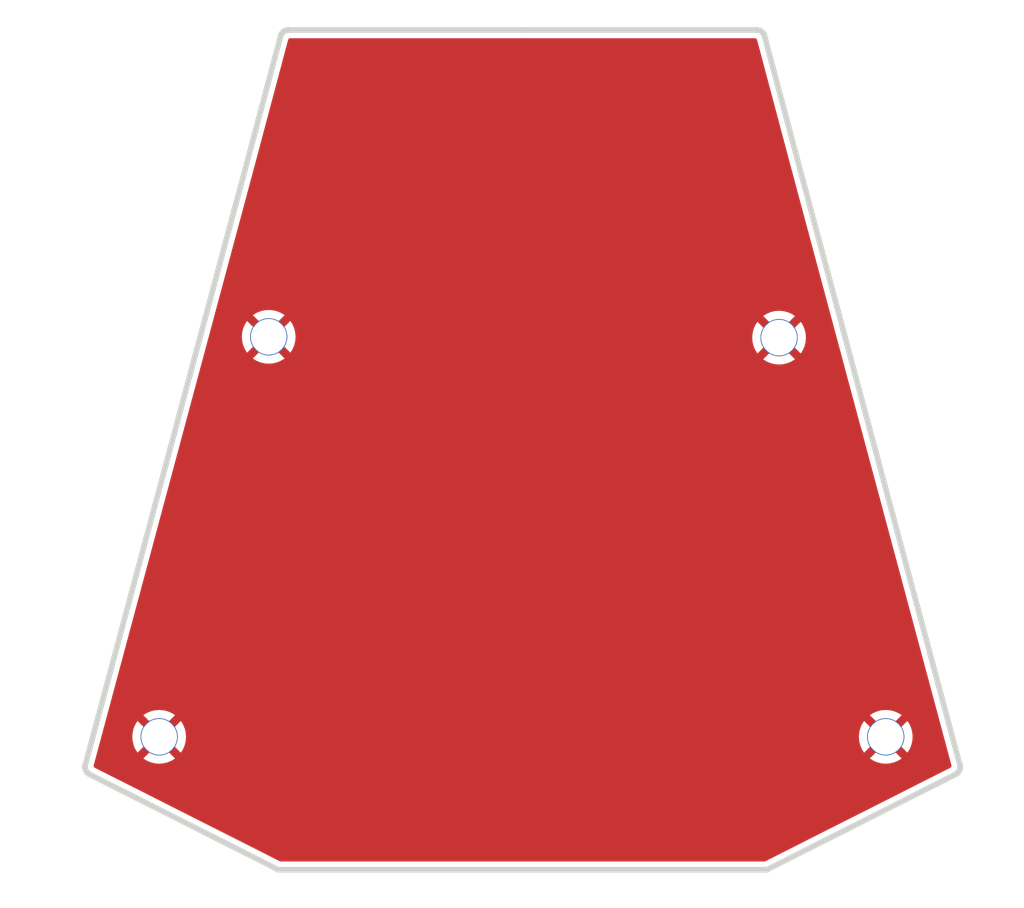
<source format=kicad_pcb>
(kicad_pcb (version 20211014) (generator pcbnew)
  (layers (0 "F.Cu" signal) (31 "B.Cu" signal) (34 "B.Paste" user) (35 "F.Paste" user) (36 "B.SilkS" user "B.Silkscreen") (37 "F.SilkS" user "F.Silkscreen") (38 "B.Mask" user) (39 "F.Mask" user) (44 "Edge.Cuts" user))
  (net 0 "")
  (net 1 "GND")
  (footprint "nnkb_parts:MountingHole_2.2mm_M2_Pad_mods" (layer "F.Cu") (at 54.356 49.6062)
    (fp_text reference "H1" hide)
    (fp_text value "MountingHole_Pad")
    (pad "1" thru_hole circle (at 0 0) (size 2.3 2.3) (drill 2.2) (layers *.Cu *.Mask) (net 1 "GND"))
  )
  (footprint "nnkb_parts:MountingHole_2.2mm_M2_Pad_mods" (layer "F.Cu") (at 15.9766 74.3204)
    (fp_text reference "H4" hide)
    (fp_text value "MountingHole_Pad")
    (pad "1" thru_hole circle (at 0 0) (size 2.3 2.3) (drill 2.2) (layers *.Cu *.Mask) (net 1 "GND"))
  )
  (footprint "nnkb_parts:MountingHole_2.2mm_M2_Pad_mods" (layer "F.Cu") (at 60.96 74.3204)
    (fp_text reference "H2" hide)
    (fp_text value "MountingHole_Pad")
    (pad "1" thru_hole circle (at 0 0) (size 2.3 2.3) (drill 2.2) (layers *.Cu *.Mask) (net 1 "GND"))
  )
  (footprint "nnkb_parts:MountingHole_2.2mm_M2_Pad_mods" (layer "F.Cu") (at 22.7584 49.5554)
    (fp_text reference "H3" hide)
    (fp_text value "MountingHole_Pad")
    (pad "1" thru_hole circle (at 0 0) (size 2.3 2.3) (drill 2.2) (layers *.Cu *.Mask) (net 1 "GND"))
  )
  (gr_line (start 65.430922 76.536269) (end 65.400408 76.565938) (layer "Edge.Cuts") (width 0.349999))
  (gr_line (start 23.979829 30.558346) (end 23.979829 30.558346) (layer "Edge.Cuts") (width 0.349999))
  (gr_line (start 23.502503 30.909433) (end 23.509173 30.889505) (layer "Edge.Cuts") (width 0.349999))
  (gr_line (start 11.391991 76.106323) (end 11.396272 76.084812) (layer "Edge.Cuts") (width 0.349999))
  (gr_line (start 23.58888 30.746577) (end 23.601829 30.731009) (layer "Edge.Cuts") (width 0.349999))
  (gr_line (start 53.455227 30.929768) (end 55.550911 38.804961) (layer "Edge.Cuts") (width 0.349999))
  (gr_line (start 11.400305 76.317877) (end 11.395469 76.297411) (layer "Edge.Cuts") (width 0.349999))
  (gr_line (start 65.567455 76.192206) (end 65.565701 76.23473) (layer "Edge.Cuts") (width 0.349999))
  (gr_line (start 11.412505 76.35803) (end 11.405988 76.338092) (layer "Edge.Cuts") (width 0.349999))
  (gr_line (start 53.209144 30.618118) (end 53.243856 30.638675) (layer "Edge.Cuts") (width 0.349999))
  (gr_line (start 23.816916 30.585581) (end 23.836341 30.579326) (layer "Edge.Cuts") (width 0.349999))
  (gr_line (start 11.401531 76.063343) (end 11.401531 76.063343) (layer "Edge.Cuts") (width 0.349999))
  (gr_line (start 65.555573 76.084766) (end 65.559856 76.106277) (layer "Edge.Cuts") (width 0.349999))
  (gr_line (start 11.384825 76.213572) (end 11.384399 76.192251) (layer "Edge.Cuts") (width 0.349999))
  (gr_line (start 65.400408 76.565938) (end 65.367174 76.593115) (layer "Edge.Cuts") (width 0.349999))
  (gr_line (start 11.388383 76.255833) (end 11.386157 76.234775) (layer "Edge.Cuts") (width 0.349999))
  (gr_line (start 23.524832 30.850929) (end 23.533779 30.832313) (layer "Edge.Cuts") (width 0.349999))
  (gr_line (start 53.075767 30.569183) (end 53.095789 30.573856) (layer "Edge.Cuts") (width 0.349999))
  (gr_line (start 23.509173 30.889505) (end 23.516623 30.869999) (layer "Edge.Cuts") (width 0.349999))
  (gr_line (start 11.60232 76.605729) (end 11.584712 76.593143) (layer "Edge.Cuts") (width 0.349999))
  (gr_line (start 65.331315 76.617587) (end 65.312431 76.628742) (layer "Edge.Cuts") (width 0.349999))
  (gr_line (start 23.6751 30.661928) (end 23.691315 30.649974) (layer "Edge.Cuts") (width 0.349999))
  (gr_line (start 65.483409 76.470306) (end 65.45862 76.504321) (layer "Edge.Cuts") (width 0.349999))
  (gr_line (start 23.601829 30.731009) (end 23.615374 30.716004) (layer "Edge.Cuts") (width 0.349999))
  (gr_line (start 11.386157 76.234775) (end 11.384825 76.213572) (layer "Edge.Cuts") (width 0.349999))
  (gr_line (start 53.442688 30.889485) (end 53.449359 30.909412) (layer "Edge.Cuts") (width 0.349999))
  (gr_line (start 23.797821 30.592604) (end 23.816916 30.585581) (layer "Edge.Cuts") (width 0.349999))
  (gr_line (start 52.993201 30.558793) (end 53.014173 30.560114) (layer "Edge.Cuts") (width 0.349999))
  (gr_line (start 11.396272 76.084812) (end 11.401531 76.063343) (layer "Edge.Cuts") (width 0.349999))
  (gr_line (start 11.386312 76.149363) (end 11.388675 76.127848) (layer "Edge.Cuts") (width 0.349999))
  (gr_line (start 53.362979 30.746567) (end 53.38701 30.779327) (layer "Edge.Cuts") (width 0.349999))
  (gr_line (start 53.055477 30.565325) (end 53.075767 30.569183) (layer "Edge.Cuts") (width 0.349999))
  (gr_line (start 23.725144 30.628054) (end 23.742717 30.618119) (layer "Edge.Cuts") (width 0.349999))
  (gr_line (start 23.644169 30.687746) (end 23.659377 30.674524) (layer "Edge.Cuts") (width 0.349999))
  (gr_line (start 21.400946 38.804961) (end 23.496633 30.929768) (layer "Edge.Cuts") (width 0.349999))
  (gr_line (start 53.014173 30.560114) (end 53.034939 30.562296) (layer "Edge.Cuts") (width 0.349999))
  (gr_line (start 65.559856 76.106277) (end 65.563174 76.127803) (layer "Edge.Cuts") (width 0.349999))
  (gr_line (start 65.292927 76.639141) (end 53.598289 82.548344) (layer "Edge.Cuts") (width 0.349999))
  (gr_line (start 11.38489 76.170839) (end 11.386312 76.149363) (layer "Edge.Cuts") (width 0.349999))
  (gr_line (start 23.836341 30.579326) (end 23.856076 30.573854) (layer "Edge.Cuts") (width 0.349999))
  (gr_line (start 11.658962 76.639164) (end 11.658962 76.639164) (layer "Edge.Cuts") (width 0.349999))
  (gr_line (start 23.353568 82.548344) (end 11.658962 76.639164) (layer "Edge.Cuts") (width 0.349999))
  (gr_line (start 53.449359 30.909412) (end 53.455231 30.929745) (layer "Edge.Cuts") (width 0.349999))
  (gr_line (start 23.708004 30.638677) (end 23.725144 30.628054) (layer "Edge.Cuts") (width 0.349999))
  (gr_line (start 23.937696 30.56011) (end 23.958669 30.558789) (layer "Edge.Cuts") (width 0.349999))
  (gr_line (start 53.30769 30.68774) (end 53.336484 30.715996) (layer "Edge.Cuts") (width 0.349999))
  (gr_line (start 23.576546 30.762692) (end 23.58888 30.746577) (layer "Edge.Cuts") (width 0.349999))
  (gr_line (start 53.598289 82.548344) (end 53.598289 82.548344) (layer "Edge.Cuts") (width 0.349999))
  (gr_line (start 11.658962 76.639164) (end 11.639457 76.628766) (layer "Edge.Cuts") (width 0.349999))
  (gr_line (start 65.560371 76.276677) (end 65.55156 76.317834) (layer "Edge.Cuts") (width 0.349999))
  (gr_line (start 65.550312 76.063297) (end 65.550312 76.063297) (layer "Edge.Cuts") (width 0.349999))
  (gr_line (start 53.276759 30.661924) (end 53.30769 30.68774) (layer "Edge.Cuts") (width 0.349999))
  (gr_line (start 65.312431 76.628742) (end 65.292927 76.639141) (layer "Edge.Cuts") (width 0.349999))
  (gr_line (start 11.401531 76.063343) (end 21.400946 38.804961) (layer "Edge.Cuts") (width 0.349999))
  (gr_line (start 53.243856 30.638675) (end 53.276759 30.661924) (layer "Edge.Cuts") (width 0.349999))
  (gr_line (start 11.584712 76.593143) (end 11.56776 76.579881) (layer "Edge.Cuts") (width 0.349999))
  (gr_line (start 23.533779 30.832313) (end 23.543445 30.814165) (layer "Edge.Cuts") (width 0.349999))
  (gr_line (start 21.400946 38.804961) (end 21.400946 38.804961) (layer "Edge.Cuts") (width 0.349999))
  (gr_line (start 23.742717 30.618119) (end 23.760701 30.608888) (layer "Edge.Cuts") (width 0.349999))
  (gr_line (start 52.972042 30.55835) (end 52.972042 30.55835) (layer "Edge.Cuts") (width 0.349999))
  (gr_line (start 53.034939 30.562296) (end 53.055477 30.565325) (layer "Edge.Cuts") (width 0.349999))
  (gr_line (start 23.629494 30.701577) (end 23.644169 30.687746) (layer "Edge.Cuts") (width 0.349999))
  (gr_line (start 11.493259 76.504356) (end 11.480494 76.487594) (layer "Edge.Cuts") (width 0.349999))
  (gr_line (start 11.436945 76.415913) (end 11.427996 76.396967) (layer "Edge.Cuts") (width 0.349999))
  (gr_line (start 55.550911 38.804961) (end 55.550911 38.804961) (layer "Edge.Cuts") (width 0.349999))
  (gr_line (start 65.539363 76.357988) (end 65.523875 76.396927) (layer "Edge.Cuts") (width 0.349999))
  (gr_line (start 11.446682 76.434476) (end 11.436945 76.415913) (layer "Edge.Cuts") (width 0.349999))
  (gr_line (start 11.56776 76.579881) (end 11.551477 76.565969) (layer "Edge.Cuts") (width 0.349999))
  (gr_line (start 23.856076 30.573854) (end 23.876099 30.56918) (layer "Edge.Cuts") (width 0.349999))
  (gr_line (start 11.468468 76.470343) (end 11.457193 76.452628) (layer "Edge.Cuts") (width 0.349999))
  (gr_line (start 53.41808 30.832297) (end 53.427028 30.850912) (layer "Edge.Cuts") (width 0.349999))
  (gr_line (start 11.506752 76.520601) (end 11.493259 76.504356) (layer "Edge.Cuts") (width 0.349999))
  (gr_line (start 11.419845 76.377664) (end 11.412505 76.35803) (layer "Edge.Cuts") (width 0.349999))
  (gr_line (start 23.691315 30.649974) (end 23.708004 30.638677) (layer "Edge.Cuts") (width 0.349999))
  (gr_line (start 38.475929 30.55835) (end 38.475929 30.55835) (layer "Edge.Cuts") (width 0.349999))
  (gr_line (start 53.172786 30.600379) (end 53.209144 30.618118) (layer "Edge.Cuts") (width 0.349999))
  (gr_line (start 65.55156 76.317834) (end 65.539363 76.357988) (layer "Edge.Cuts") (width 0.349999))
  (gr_line (start 53.134947 30.585583) (end 53.172786 30.600379) (layer "Edge.Cuts") (width 0.349999))
  (gr_line (start 53.336484 30.715996) (end 53.362979 30.746567) (layer "Edge.Cuts") (width 0.349999))
  (gr_line (start 38.475929 82.548344) (end 38.475929 82.548344) (layer "Edge.Cuts") (width 0.349999))
  (gr_line (start 65.367174 76.593115) (end 65.349567 76.605703) (layer "Edge.Cuts") (width 0.349999))
  (gr_line (start 11.427996 76.396967) (end 11.419845 76.377664) (layer "Edge.Cuts") (width 0.349999))
  (gr_line (start 23.496633 30.929768) (end 23.502503 30.909433) (layer "Edge.Cuts") (width 0.349999))
  (gr_line (start 65.563174 76.127803) (end 65.565539 76.149317) (layer "Edge.Cuts") (width 0.349999))
  (gr_line (start 23.779075 30.600378) (end 23.797821 30.592604) (layer "Edge.Cuts") (width 0.349999))
  (gr_line (start 55.550911 38.804961) (end 65.550312 76.063297) (layer "Edge.Cuts") (width 0.349999))
  (gr_line (start 23.564849 30.779339) (end 23.576546 30.762692) (layer "Edge.Cuts") (width 0.349999))
  (gr_line (start 53.598289 82.548344) (end 38.475929 82.548344) (layer "Edge.Cuts") (width 0.349999))
  (gr_line (start 11.551477 76.565969) (end 11.535873 76.551434) (layer "Edge.Cuts") (width 0.349999))
  (gr_line (start 65.565539 76.149317) (end 65.567455 76.192206) (layer "Edge.Cuts") (width 0.349999))
  (gr_line (start 53.427028 30.850912) (end 53.435238 30.86998) (layer "Edge.Cuts") (width 0.349999))
  (gr_line (start 11.535873 76.551434) (end 11.520961 76.536302) (layer "Edge.Cuts") (width 0.349999))
  (gr_line (start 23.958669 30.558789) (end 23.979829 30.558346) (layer "Edge.Cuts") (width 0.349999))
  (gr_line (start 11.405988 76.338092) (end 11.400305 76.317877) (layer "Edge.Cuts") (width 0.349999))
  (gr_line (start 23.353568 82.548344) (end 23.353568 82.548344) (layer "Edge.Cuts") (width 0.349999))
  (gr_line (start 11.639457 76.628766) (end 11.620573 76.617613) (layer "Edge.Cuts") (width 0.349999))
  (gr_line (start 11.395469 76.297411) (end 11.39149 76.276721) (layer "Edge.Cuts") (width 0.349999))
  (gr_line (start 53.095789 30.573856) (end 53.134947 30.585583) (layer "Edge.Cuts") (width 0.349999))
  (gr_line (start 38.475929 30.55835) (end 52.972042 30.55835) (layer "Edge.Cuts") (width 0.349999))
  (gr_line (start 53.435238 30.86998) (end 53.442688 30.889485) (layer "Edge.Cuts") (width 0.349999))
  (gr_line (start 23.615374 30.716004) (end 23.629494 30.701577) (layer "Edge.Cuts") (width 0.349999))
  (gr_line (start 65.523875 76.396927) (end 65.505192 76.434437) (layer "Edge.Cuts") (width 0.349999))
  (gr_line (start 23.553808 30.796502) (end 23.564849 30.779339) (layer "Edge.Cuts") (width 0.349999))
  (gr_line (start 65.505192 76.434437) (end 65.483409 76.470306) (layer "Edge.Cuts") (width 0.349999))
  (gr_line (start 23.659377 30.674524) (end 23.6751 30.661928) (layer "Edge.Cuts") (width 0.349999))
  (gr_line (start 11.620573 76.617613) (end 11.60232 76.605729) (layer "Edge.Cuts") (width 0.349999))
  (gr_line (start 53.408414 30.814151) (end 53.41808 30.832297) (layer "Edge.Cuts") (width 0.349999))
  (gr_line (start 11.39149 76.276721) (end 11.388383 76.255833) (layer "Edge.Cuts") (width 0.349999))
  (gr_line (start 23.916929 30.562293) (end 23.937696 30.56011) (layer "Edge.Cuts") (width 0.349999))
  (gr_line (start 23.979829 30.558346) (end 38.475929 30.55835) (layer "Edge.Cuts") (width 0.349999))
  (gr_line (start 65.292927 76.639141) (end 65.292927 76.639141) (layer "Edge.Cuts") (width 0.349999))
  (gr_line (start 23.760701 30.608888) (end 23.779075 30.600378) (layer "Edge.Cuts") (width 0.349999))
  (gr_line (start 23.876099 30.56918) (end 23.89639 30.565322) (layer "Edge.Cuts") (width 0.349999))
  (gr_line (start 11.457193 76.452628) (end 11.446682 76.434476) (layer "Edge.Cuts") (width 0.349999))
  (gr_line (start 11.388675 76.127848) (end 11.391991 76.106323) (layer "Edge.Cuts") (width 0.349999))
  (gr_line (start 65.565701 76.23473) (end 65.560371 76.276677) (layer "Edge.Cuts") (width 0.349999))
  (gr_line (start 65.550312 76.063297) (end 65.555573 76.084766) (layer "Edge.Cuts") (width 0.349999))
  (gr_line (start 53.38701 30.779327) (end 53.408414 30.814151) (layer "Edge.Cuts") (width 0.349999))
  (gr_line (start 23.543445 30.814165) (end 23.553808 30.796502) (layer "Edge.Cuts") (width 0.349999))
  (gr_line (start 65.349567 76.605703) (end 65.331315 76.617587) (layer "Edge.Cuts") (width 0.349999))
  (gr_line (start 65.45862 76.504321) (end 65.430922 76.536269) (layer "Edge.Cuts") (width 0.349999))
  (gr_line (start 11.480494 76.487594) (end 11.468468 76.470343) (layer "Edge.Cuts") (width 0.349999))
  (gr_line (start 11.520961 76.536302) (end 11.506752 76.520601) (layer "Edge.Cuts") (width 0.349999))
  (gr_line (start 23.516623 30.869999) (end 23.524832 30.850929) (layer "Edge.Cuts") (width 0.349999))
  (gr_line (start 52.972042 30.55835) (end 52.993201 30.558793) (layer "Edge.Cuts") (width 0.349999))
  (gr_line (start 23.496633 30.929768) (end 23.496633 30.929768) (layer "Edge.Cuts") (width 0.349999))
  (gr_line (start 38.475929 82.548344) (end 23.353568 82.548344) (layer "Edge.Cuts") (width 0.349999))
  (gr_line (start 11.384399 76.192251) (end 11.38489 76.170839) (layer "Edge.Cuts") (width 0.349999))
  (gr_line (start 23.89639 30.565322) (end 23.916929 30.562293) (layer "Edge.Cuts") (width 0.349999))
  (zone (net 1) (net_name "GND") (layer "F.Cu") (connect_pads (clearance 0.508)) (min_thickness 0.254) (fill yes (thermal_gap 0.508) (thermal_bridge_width 0.508) (island_removal_mode 1) (island_area_min 0))
    (polygon (pts (xy 67.0052 28.829) (xy 69.5198 84.9122) (xy 6.1214 84.4296) (xy 7.0358 28.702)))
  )
)
</source>
